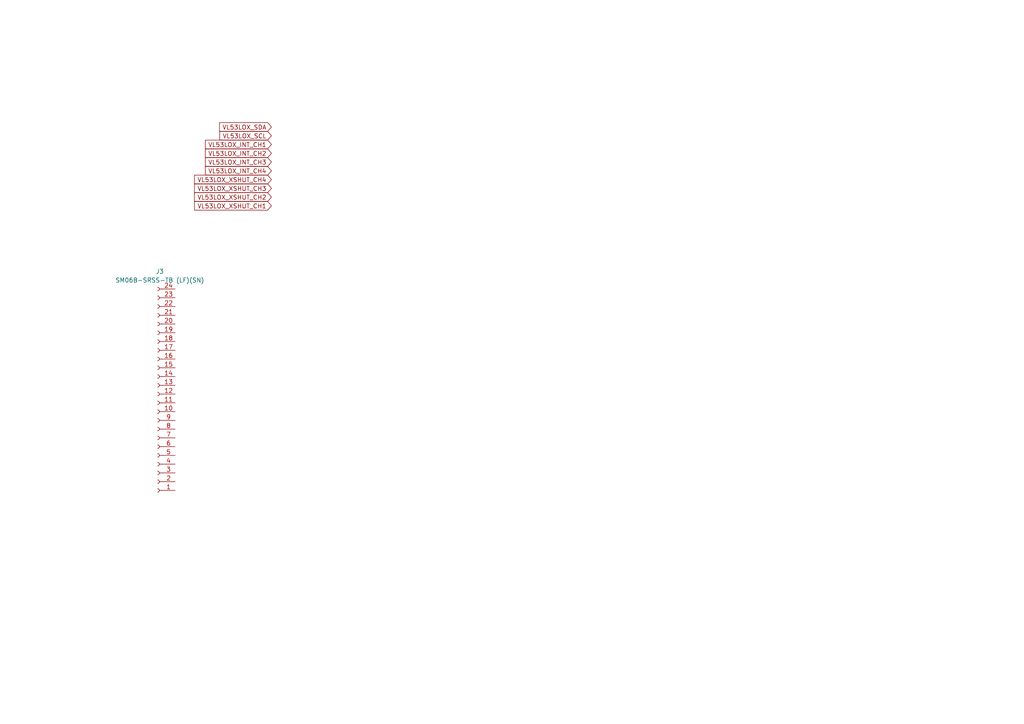
<source format=kicad_sch>
(kicad_sch (version 20250114) (generator "eeschema") (generator_version "9.0")
  (paper "A4")
  (lib_symbols
    (symbol "Connector:Conn_01x24_Socket" (pin_names (offset 1.016) (hide yes))
      (property "Reference" "J" (at 0 30.48 0))
      (property "Value" "Conn_01x24_Socket" (at 0 -33.02 0))
      (symbol "Conn_01x24_Socket_1_1"
        (polyline (pts (xy -1.27 27.94) (xy -0.508 27.94)) (stroke (width 0.1524)))
        (polyline (pts (xy -1.27 25.4) (xy -0.508 25.4)) (stroke (width 0.1524)))
        (polyline (pts (xy -1.27 22.86) (xy -0.508 22.86)) (stroke (width 0.1524)))
        (polyline (pts (xy -1.27 20.32) (xy -0.508 20.32)) (stroke (width 0.1524)))
        (polyline (pts (xy -1.27 17.78) (xy -0.508 17.78)) (stroke (width 0.1524)))
        (polyline (pts (xy -1.27 15.24) (xy -0.508 15.24)) (stroke (width 0.1524)))
        (polyline (pts (xy -1.27 12.7) (xy -0.508 12.7)) (stroke (width 0.1524)))
        (polyline (pts (xy -1.27 10.16) (xy -0.508 10.16)) (stroke (width 0.1524)))
        (polyline (pts (xy -1.27 7.62) (xy -0.508 7.62)) (stroke (width 0.1524)))
        (polyline (pts (xy -1.27 5.08) (xy -0.508 5.08)) (stroke (width 0.1524)))
        (polyline (pts (xy -1.27 2.54) (xy -0.508 2.54)) (stroke (width 0.1524)))
        (polyline (pts (xy -1.27 0) (xy -0.508 0)) (stroke (width 0.1524)))
        (polyline (pts (xy -1.27 -2.54) (xy -0.508 -2.54)) (stroke (width 0.1524)))
        (polyline (pts (xy -1.27 -5.08) (xy -0.508 -5.08)) (stroke (width 0.1524)))
        (polyline (pts (xy -1.27 -7.62) (xy -0.508 -7.62)) (stroke (width 0.1524)))
        (polyline (pts (xy -1.27 -10.16) (xy -0.508 -10.16)) (stroke (width 0.1524)))
        (polyline (pts (xy -1.27 -12.7) (xy -0.508 -12.7)) (stroke (width 0.1524)))
        (polyline (pts (xy -1.27 -15.24) (xy -0.508 -15.24)) (stroke (width 0.1524)))
        (polyline (pts (xy -1.27 -17.78) (xy -0.508 -17.78)) (stroke (width 0.1524)))
        (polyline (pts (xy -1.27 -20.32) (xy -0.508 -20.32)) (stroke (width 0.1524)))
        (polyline (pts (xy -1.27 -22.86) (xy -0.508 -22.86)) (stroke (width 0.1524)))
        (polyline (pts (xy -1.27 -25.4) (xy -0.508 -25.4)) (stroke (width 0.1524)))
        (polyline (pts (xy -1.27 -27.94) (xy -0.508 -27.94)) (stroke (width 0.1524)))
        (polyline (pts (xy -1.27 -30.48) (xy -0.508 -30.48)) (stroke (width 0.1524)))
        (arc (start 0 27.432) (mid -0.5058 27.94) (end 0 28.448) (stroke (width 0.1524)))
        (arc (start 0 24.892) (mid -0.5058 25.4) (end 0 25.908) (stroke (width 0.1524)))
        (arc (start 0 22.352) (mid -0.5058 22.86) (end 0 23.368) (stroke (width 0.1524)))
        (arc (start 0 19.812) (mid -0.5058 20.32) (end 0 20.828) (stroke (width 0.1524)))
        (arc (start 0 17.272) (mid -0.5058 17.78) (end 0 18.288) (stroke (width 0.1524)))
        (arc (start 0 14.732) (mid -0.5058 15.24) (end 0 15.748) (stroke (width 0.1524)))
        (arc (start 0 12.192) (mid -0.5058 12.7) (end 0 13.208) (stroke (width 0.1524)))
        (arc (start 0 9.652) (mid -0.5058 10.16) (end 0 10.668) (stroke (width 0.1524)))
        (arc (start 0 7.112) (mid -0.5058 7.62) (end 0 8.128) (stroke (width 0.1524)))
        (arc (start 0 4.572) (mid -0.5058 5.08) (end 0 5.588) (stroke (width 0.1524)))
        (arc (start 0 2.032) (mid -0.5058 2.54) (end 0 3.048) (stroke (width 0.1524)))
        (arc (start 0 -0.508) (mid -0.5058 0) (end 0 0.508) (stroke (width 0.1524)))
        (arc (start 0 -3.048) (mid -0.5058 -2.54) (end 0 -2.032) (stroke (width 0.1524)))
        (arc (start 0 -5.588) (mid -0.5058 -5.08) (end 0 -4.572) (stroke (width 0.1524)))
        (arc (start 0 -8.128) (mid -0.5058 -7.62) (end 0 -7.112) (stroke (width 0.1524)))
        (arc (start 0 -10.668) (mid -0.5058 -10.16) (end 0 -9.652) (stroke (width 0.1524)))
        (arc (start 0 -13.208) (mid -0.5058 -12.7) (end 0 -12.192) (stroke (width 0.1524)))
        (arc (start 0 -15.748) (mid -0.5058 -15.24) (end 0 -14.732) (stroke (width 0.1524)))
        (arc (start 0 -18.288) (mid -0.5058 -17.78) (end 0 -17.272) (stroke (width 0.1524)))
        (arc (start 0 -20.828) (mid -0.5058 -20.32) (end 0 -19.812) (stroke (width 0.1524)))
        (arc (start 0 -23.368) (mid -0.5058 -22.86) (end 0 -22.352) (stroke (width 0.1524)))
        (arc (start 0 -25.908) (mid -0.5058 -25.4) (end 0 -24.892) (stroke (width 0.1524)))
        (arc (start 0 -28.448) (mid -0.5058 -27.94) (end 0 -27.432) (stroke (width 0.1524)))
        (arc (start 0 -30.988) (mid -0.5058 -30.48) (end 0 -29.972) (stroke (width 0.1524)))
        (pin passive line (at -5.08 27.94 0) (length 3.81) (name "Pin_1") (number "1"))
        (pin passive line (at -5.08 25.4 0) (length 3.81) (name "Pin_2") (number "2"))
        (pin passive line (at -5.08 22.86 0) (length 3.81) (name "Pin_3") (number "3"))
        (pin passive line (at -5.08 20.32 0) (length 3.81) (name "Pin_4") (number "4"))
        (pin passive line (at -5.08 17.78 0) (length 3.81) (name "Pin_5") (number "5"))
        (pin passive line (at -5.08 15.24 0) (length 3.81) (name "Pin_6") (number "6"))
        (pin passive line (at -5.08 12.7 0) (length 3.81) (name "Pin_7") (number "7"))
        (pin passive line (at -5.08 10.16 0) (length 3.81) (name "Pin_8") (number "8"))
        (pin passive line (at -5.08 7.62 0) (length 3.81) (name "Pin_9") (number "9"))
        (pin passive line (at -5.08 5.08 0) (length 3.81) (name "Pin_10") (number "10"))
        (pin passive line (at -5.08 2.54 0) (length 3.81) (name "Pin_11") (number "11"))
        (pin passive line (at -5.08 0 0) (length 3.81) (name "Pin_12") (number "12"))
        (pin passive line (at -5.08 -2.54 0) (length 3.81) (name "Pin_13") (number "13"))
        (pin passive line (at -5.08 -5.08 0) (length 3.81) (name "Pin_14") (number "14"))
        (pin passive line (at -5.08 -7.62 0) (length 3.81) (name "Pin_15") (number "15"))
        (pin passive line (at -5.08 -10.16 0) (length 3.81) (name "Pin_16") (number "16"))
        (pin passive line (at -5.08 -12.7 0) (length 3.81) (name "Pin_17") (number "17"))
        (pin passive line (at -5.08 -15.24 0) (length 3.81) (name "Pin_18") (number "18"))
        (pin passive line (at -5.08 -17.78 0) (length 3.81) (name "Pin_19") (number "19"))
        (pin passive line (at -5.08 -20.32 0) (length 3.81) (name "Pin_20") (number "20"))
        (pin passive line (at -5.08 -22.86 0) (length 3.81) (name "Pin_21") (number "21"))
        (pin passive line (at -5.08 -25.4 0) (length 3.81) (name "Pin_22") (number "22"))
        (pin passive line (at -5.08 -27.94 0) (length 3.81) (name "Pin_23") (number "23"))
        (pin passive line (at -5.08 -30.48 0) (length 3.81) (name "Pin_24") (number "24"))
      )
    )
  )
  (global_label "VL53LOX_INT_CH3" (shape input) (at 78.74 46.99 180) (property "Intersheetrefs" "${INTERSHEET_REFS}" (effects (hide yes))))
  (global_label "VL53LOX_INT_CH1" (shape input) (at 78.74 41.91 180) (property "Intersheetrefs" "${INTERSHEET_REFS}" (effects (hide yes))))
  (global_label "VL53LOX_XSHUT_CH2" (shape input) (at 78.74 57.15 180) (property "Intersheetrefs" "${INTERSHEET_REFS}" (effects (hide yes))))
  (global_label "VL53LOX_SDA" (shape input) (at 78.74 36.83 180) (property "Intersheetrefs" "${INTERSHEET_REFS}" (effects (hide yes))))
  (global_label "VL53LOX_INT_CH2" (shape input) (at 78.74 44.45 180) (property "Intersheetrefs" "${INTERSHEET_REFS}" (effects (hide yes))))
  (global_label "VL53LOX_XSHUT_CH1" (shape input) (at 78.74 59.69 180) (property "Intersheetrefs" "${INTERSHEET_REFS}" (effects (hide yes))))
  (global_label "VL53LOX_SCL" (shape input) (at 78.74 39.37 180) (property "Intersheetrefs" "${INTERSHEET_REFS}" (effects (hide yes))))
  (global_label "VL53LOX_XSHUT_CH3" (shape input) (at 78.74 54.61 180) (property "Intersheetrefs" "${INTERSHEET_REFS}" (effects (hide yes))))
  (global_label "VL53LOX_XSHUT_CH4" (shape input) (at 78.74 52.07 180) (property "Intersheetrefs" "${INTERSHEET_REFS}" (effects (hide yes))))
  (global_label "VL53LOX_INT_CH4" (shape input) (at 78.74 49.53 180) (property "Intersheetrefs" "${INTERSHEET_REFS}" (effects (hide yes))))
  (symbol (lib_id "Connector:Conn_01x24_Socket") (at 45.72 114.3 180) (unit 1)
    (property "Reference" "J3" (at 46.355 78.74 0))
    (property "Value" "SM06B-SRSS-TB (LF)(SN)" (at 46.355 81.28 0))
    (property "Datasheet" "https://static.chipdip.ru/lib/906/DOC012906845.pdf" (effects (hide yes)))
    (property "Description" "SM06B-SRSS-TB (LF)(SN)" (effects (hide yes)))
  )
)
</source>
